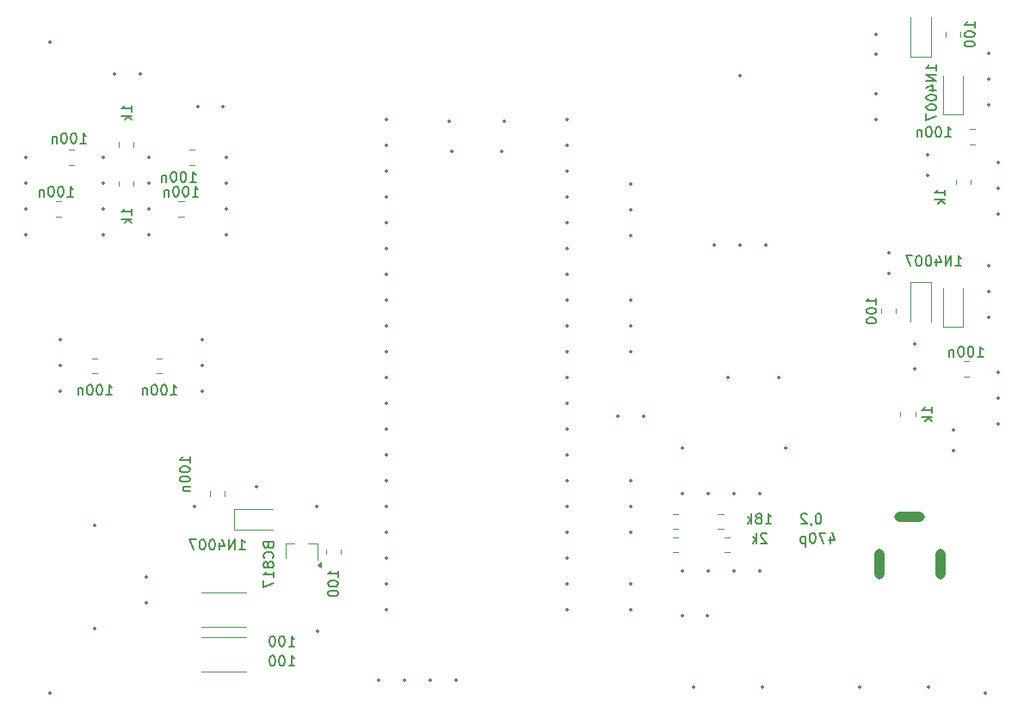
<source format=gbo>
%TF.GenerationSoftware,KiCad,Pcbnew,8.0.1*%
%TF.CreationDate,2024-05-10T19:46:58+02:00*%
%TF.ProjectId,SiganlGen,53696761-6e6c-4476-956e-2e6b69636164,rev?*%
%TF.SameCoordinates,Original*%
%TF.FileFunction,Legend,Bot*%
%TF.FilePolarity,Positive*%
%FSLAX46Y46*%
G04 Gerber Fmt 4.6, Leading zero omitted, Abs format (unit mm)*
G04 Created by KiCad (PCBNEW 8.0.1) date 2024-05-10 19:46:58*
%MOMM*%
%LPD*%
G01*
G04 APERTURE LIST*
%ADD10C,0.150000*%
%ADD11C,0.120000*%
%ADD12C,0.350000*%
%ADD13O,1.000000X3.000000*%
%ADD14O,3.000000X1.000000*%
G04 APERTURE END LIST*
D10*
X202384819Y-72093508D02*
X202384819Y-71522080D01*
X202384819Y-71807794D02*
X201384819Y-71807794D01*
X201384819Y-71807794D02*
X201527676Y-71712556D01*
X201527676Y-71712556D02*
X201622914Y-71617318D01*
X201622914Y-71617318D02*
X201670533Y-71522080D01*
X202384819Y-72522080D02*
X201384819Y-72522080D01*
X202003866Y-72617318D02*
X202384819Y-72903032D01*
X201718152Y-72903032D02*
X202099104Y-72522080D01*
X118594047Y-45539819D02*
X119165475Y-45539819D01*
X118879761Y-45539819D02*
X118879761Y-44539819D01*
X118879761Y-44539819D02*
X118974999Y-44682676D01*
X118974999Y-44682676D02*
X119070237Y-44777914D01*
X119070237Y-44777914D02*
X119165475Y-44825533D01*
X117974999Y-44539819D02*
X117879761Y-44539819D01*
X117879761Y-44539819D02*
X117784523Y-44587438D01*
X117784523Y-44587438D02*
X117736904Y-44635057D01*
X117736904Y-44635057D02*
X117689285Y-44730295D01*
X117689285Y-44730295D02*
X117641666Y-44920771D01*
X117641666Y-44920771D02*
X117641666Y-45158866D01*
X117641666Y-45158866D02*
X117689285Y-45349342D01*
X117689285Y-45349342D02*
X117736904Y-45444580D01*
X117736904Y-45444580D02*
X117784523Y-45492200D01*
X117784523Y-45492200D02*
X117879761Y-45539819D01*
X117879761Y-45539819D02*
X117974999Y-45539819D01*
X117974999Y-45539819D02*
X118070237Y-45492200D01*
X118070237Y-45492200D02*
X118117856Y-45444580D01*
X118117856Y-45444580D02*
X118165475Y-45349342D01*
X118165475Y-45349342D02*
X118213094Y-45158866D01*
X118213094Y-45158866D02*
X118213094Y-44920771D01*
X118213094Y-44920771D02*
X118165475Y-44730295D01*
X118165475Y-44730295D02*
X118117856Y-44635057D01*
X118117856Y-44635057D02*
X118070237Y-44587438D01*
X118070237Y-44587438D02*
X117974999Y-44539819D01*
X117022618Y-44539819D02*
X116927380Y-44539819D01*
X116927380Y-44539819D02*
X116832142Y-44587438D01*
X116832142Y-44587438D02*
X116784523Y-44635057D01*
X116784523Y-44635057D02*
X116736904Y-44730295D01*
X116736904Y-44730295D02*
X116689285Y-44920771D01*
X116689285Y-44920771D02*
X116689285Y-45158866D01*
X116689285Y-45158866D02*
X116736904Y-45349342D01*
X116736904Y-45349342D02*
X116784523Y-45444580D01*
X116784523Y-45444580D02*
X116832142Y-45492200D01*
X116832142Y-45492200D02*
X116927380Y-45539819D01*
X116927380Y-45539819D02*
X117022618Y-45539819D01*
X117022618Y-45539819D02*
X117117856Y-45492200D01*
X117117856Y-45492200D02*
X117165475Y-45444580D01*
X117165475Y-45444580D02*
X117213094Y-45349342D01*
X117213094Y-45349342D02*
X117260713Y-45158866D01*
X117260713Y-45158866D02*
X117260713Y-44920771D01*
X117260713Y-44920771D02*
X117213094Y-44730295D01*
X117213094Y-44730295D02*
X117165475Y-44635057D01*
X117165475Y-44635057D02*
X117117856Y-44587438D01*
X117117856Y-44587438D02*
X117022618Y-44539819D01*
X116260713Y-44873152D02*
X116260713Y-45539819D01*
X116260713Y-44968390D02*
X116213094Y-44920771D01*
X116213094Y-44920771D02*
X116117856Y-44873152D01*
X116117856Y-44873152D02*
X115974999Y-44873152D01*
X115974999Y-44873152D02*
X115879761Y-44920771D01*
X115879761Y-44920771D02*
X115832142Y-45016009D01*
X115832142Y-45016009D02*
X115832142Y-45539819D01*
X129359819Y-76985952D02*
X129359819Y-76414524D01*
X129359819Y-76700238D02*
X128359819Y-76700238D01*
X128359819Y-76700238D02*
X128502676Y-76605000D01*
X128502676Y-76605000D02*
X128597914Y-76509762D01*
X128597914Y-76509762D02*
X128645533Y-76414524D01*
X128359819Y-77605000D02*
X128359819Y-77700238D01*
X128359819Y-77700238D02*
X128407438Y-77795476D01*
X128407438Y-77795476D02*
X128455057Y-77843095D01*
X128455057Y-77843095D02*
X128550295Y-77890714D01*
X128550295Y-77890714D02*
X128740771Y-77938333D01*
X128740771Y-77938333D02*
X128978866Y-77938333D01*
X128978866Y-77938333D02*
X129169342Y-77890714D01*
X129169342Y-77890714D02*
X129264580Y-77843095D01*
X129264580Y-77843095D02*
X129312200Y-77795476D01*
X129312200Y-77795476D02*
X129359819Y-77700238D01*
X129359819Y-77700238D02*
X129359819Y-77605000D01*
X129359819Y-77605000D02*
X129312200Y-77509762D01*
X129312200Y-77509762D02*
X129264580Y-77462143D01*
X129264580Y-77462143D02*
X129169342Y-77414524D01*
X129169342Y-77414524D02*
X128978866Y-77366905D01*
X128978866Y-77366905D02*
X128740771Y-77366905D01*
X128740771Y-77366905D02*
X128550295Y-77414524D01*
X128550295Y-77414524D02*
X128455057Y-77462143D01*
X128455057Y-77462143D02*
X128407438Y-77509762D01*
X128407438Y-77509762D02*
X128359819Y-77605000D01*
X128359819Y-78557381D02*
X128359819Y-78652619D01*
X128359819Y-78652619D02*
X128407438Y-78747857D01*
X128407438Y-78747857D02*
X128455057Y-78795476D01*
X128455057Y-78795476D02*
X128550295Y-78843095D01*
X128550295Y-78843095D02*
X128740771Y-78890714D01*
X128740771Y-78890714D02*
X128978866Y-78890714D01*
X128978866Y-78890714D02*
X129169342Y-78843095D01*
X129169342Y-78843095D02*
X129264580Y-78795476D01*
X129264580Y-78795476D02*
X129312200Y-78747857D01*
X129312200Y-78747857D02*
X129359819Y-78652619D01*
X129359819Y-78652619D02*
X129359819Y-78557381D01*
X129359819Y-78557381D02*
X129312200Y-78462143D01*
X129312200Y-78462143D02*
X129264580Y-78414524D01*
X129264580Y-78414524D02*
X129169342Y-78366905D01*
X129169342Y-78366905D02*
X128978866Y-78319286D01*
X128978866Y-78319286D02*
X128740771Y-78319286D01*
X128740771Y-78319286D02*
X128550295Y-78366905D01*
X128550295Y-78366905D02*
X128455057Y-78414524D01*
X128455057Y-78414524D02*
X128407438Y-78462143D01*
X128407438Y-78462143D02*
X128359819Y-78557381D01*
X128693152Y-79319286D02*
X129359819Y-79319286D01*
X128788390Y-79319286D02*
X128740771Y-79366905D01*
X128740771Y-79366905D02*
X128693152Y-79462143D01*
X128693152Y-79462143D02*
X128693152Y-79605000D01*
X128693152Y-79605000D02*
X128740771Y-79700238D01*
X128740771Y-79700238D02*
X128836009Y-79747857D01*
X128836009Y-79747857D02*
X129359819Y-79747857D01*
X137091009Y-85137857D02*
X137138628Y-85280714D01*
X137138628Y-85280714D02*
X137186247Y-85328333D01*
X137186247Y-85328333D02*
X137281485Y-85375952D01*
X137281485Y-85375952D02*
X137424342Y-85375952D01*
X137424342Y-85375952D02*
X137519580Y-85328333D01*
X137519580Y-85328333D02*
X137567200Y-85280714D01*
X137567200Y-85280714D02*
X137614819Y-85185476D01*
X137614819Y-85185476D02*
X137614819Y-84804524D01*
X137614819Y-84804524D02*
X136614819Y-84804524D01*
X136614819Y-84804524D02*
X136614819Y-85137857D01*
X136614819Y-85137857D02*
X136662438Y-85233095D01*
X136662438Y-85233095D02*
X136710057Y-85280714D01*
X136710057Y-85280714D02*
X136805295Y-85328333D01*
X136805295Y-85328333D02*
X136900533Y-85328333D01*
X136900533Y-85328333D02*
X136995771Y-85280714D01*
X136995771Y-85280714D02*
X137043390Y-85233095D01*
X137043390Y-85233095D02*
X137091009Y-85137857D01*
X137091009Y-85137857D02*
X137091009Y-84804524D01*
X137519580Y-86375952D02*
X137567200Y-86328333D01*
X137567200Y-86328333D02*
X137614819Y-86185476D01*
X137614819Y-86185476D02*
X137614819Y-86090238D01*
X137614819Y-86090238D02*
X137567200Y-85947381D01*
X137567200Y-85947381D02*
X137471961Y-85852143D01*
X137471961Y-85852143D02*
X137376723Y-85804524D01*
X137376723Y-85804524D02*
X137186247Y-85756905D01*
X137186247Y-85756905D02*
X137043390Y-85756905D01*
X137043390Y-85756905D02*
X136852914Y-85804524D01*
X136852914Y-85804524D02*
X136757676Y-85852143D01*
X136757676Y-85852143D02*
X136662438Y-85947381D01*
X136662438Y-85947381D02*
X136614819Y-86090238D01*
X136614819Y-86090238D02*
X136614819Y-86185476D01*
X136614819Y-86185476D02*
X136662438Y-86328333D01*
X136662438Y-86328333D02*
X136710057Y-86375952D01*
X137043390Y-86947381D02*
X136995771Y-86852143D01*
X136995771Y-86852143D02*
X136948152Y-86804524D01*
X136948152Y-86804524D02*
X136852914Y-86756905D01*
X136852914Y-86756905D02*
X136805295Y-86756905D01*
X136805295Y-86756905D02*
X136710057Y-86804524D01*
X136710057Y-86804524D02*
X136662438Y-86852143D01*
X136662438Y-86852143D02*
X136614819Y-86947381D01*
X136614819Y-86947381D02*
X136614819Y-87137857D01*
X136614819Y-87137857D02*
X136662438Y-87233095D01*
X136662438Y-87233095D02*
X136710057Y-87280714D01*
X136710057Y-87280714D02*
X136805295Y-87328333D01*
X136805295Y-87328333D02*
X136852914Y-87328333D01*
X136852914Y-87328333D02*
X136948152Y-87280714D01*
X136948152Y-87280714D02*
X136995771Y-87233095D01*
X136995771Y-87233095D02*
X137043390Y-87137857D01*
X137043390Y-87137857D02*
X137043390Y-86947381D01*
X137043390Y-86947381D02*
X137091009Y-86852143D01*
X137091009Y-86852143D02*
X137138628Y-86804524D01*
X137138628Y-86804524D02*
X137233866Y-86756905D01*
X137233866Y-86756905D02*
X137424342Y-86756905D01*
X137424342Y-86756905D02*
X137519580Y-86804524D01*
X137519580Y-86804524D02*
X137567200Y-86852143D01*
X137567200Y-86852143D02*
X137614819Y-86947381D01*
X137614819Y-86947381D02*
X137614819Y-87137857D01*
X137614819Y-87137857D02*
X137567200Y-87233095D01*
X137567200Y-87233095D02*
X137519580Y-87280714D01*
X137519580Y-87280714D02*
X137424342Y-87328333D01*
X137424342Y-87328333D02*
X137233866Y-87328333D01*
X137233866Y-87328333D02*
X137138628Y-87280714D01*
X137138628Y-87280714D02*
X137091009Y-87233095D01*
X137091009Y-87233095D02*
X137043390Y-87137857D01*
X137614819Y-88280714D02*
X137614819Y-87709286D01*
X137614819Y-87995000D02*
X136614819Y-87995000D01*
X136614819Y-87995000D02*
X136757676Y-87899762D01*
X136757676Y-87899762D02*
X136852914Y-87804524D01*
X136852914Y-87804524D02*
X136900533Y-87709286D01*
X136614819Y-88614048D02*
X136614819Y-89280714D01*
X136614819Y-89280714D02*
X137614819Y-88852143D01*
X139096666Y-96974819D02*
X139668094Y-96974819D01*
X139382380Y-96974819D02*
X139382380Y-95974819D01*
X139382380Y-95974819D02*
X139477618Y-96117676D01*
X139477618Y-96117676D02*
X139572856Y-96212914D01*
X139572856Y-96212914D02*
X139668094Y-96260533D01*
X138477618Y-95974819D02*
X138382380Y-95974819D01*
X138382380Y-95974819D02*
X138287142Y-96022438D01*
X138287142Y-96022438D02*
X138239523Y-96070057D01*
X138239523Y-96070057D02*
X138191904Y-96165295D01*
X138191904Y-96165295D02*
X138144285Y-96355771D01*
X138144285Y-96355771D02*
X138144285Y-96593866D01*
X138144285Y-96593866D02*
X138191904Y-96784342D01*
X138191904Y-96784342D02*
X138239523Y-96879580D01*
X138239523Y-96879580D02*
X138287142Y-96927200D01*
X138287142Y-96927200D02*
X138382380Y-96974819D01*
X138382380Y-96974819D02*
X138477618Y-96974819D01*
X138477618Y-96974819D02*
X138572856Y-96927200D01*
X138572856Y-96927200D02*
X138620475Y-96879580D01*
X138620475Y-96879580D02*
X138668094Y-96784342D01*
X138668094Y-96784342D02*
X138715713Y-96593866D01*
X138715713Y-96593866D02*
X138715713Y-96355771D01*
X138715713Y-96355771D02*
X138668094Y-96165295D01*
X138668094Y-96165295D02*
X138620475Y-96070057D01*
X138620475Y-96070057D02*
X138572856Y-96022438D01*
X138572856Y-96022438D02*
X138477618Y-95974819D01*
X137525237Y-95974819D02*
X137429999Y-95974819D01*
X137429999Y-95974819D02*
X137334761Y-96022438D01*
X137334761Y-96022438D02*
X137287142Y-96070057D01*
X137287142Y-96070057D02*
X137239523Y-96165295D01*
X137239523Y-96165295D02*
X137191904Y-96355771D01*
X137191904Y-96355771D02*
X137191904Y-96593866D01*
X137191904Y-96593866D02*
X137239523Y-96784342D01*
X137239523Y-96784342D02*
X137287142Y-96879580D01*
X137287142Y-96879580D02*
X137334761Y-96927200D01*
X137334761Y-96927200D02*
X137429999Y-96974819D01*
X137429999Y-96974819D02*
X137525237Y-96974819D01*
X137525237Y-96974819D02*
X137620475Y-96927200D01*
X137620475Y-96927200D02*
X137668094Y-96879580D01*
X137668094Y-96879580D02*
X137715713Y-96784342D01*
X137715713Y-96784342D02*
X137763332Y-96593866D01*
X137763332Y-96593866D02*
X137763332Y-96355771D01*
X137763332Y-96355771D02*
X137715713Y-96165295D01*
X137715713Y-96165295D02*
X137668094Y-96070057D01*
X137668094Y-96070057D02*
X137620475Y-96022438D01*
X137620475Y-96022438D02*
X137525237Y-95974819D01*
X196917319Y-61385889D02*
X196917319Y-60814461D01*
X196917319Y-61100175D02*
X195917319Y-61100175D01*
X195917319Y-61100175D02*
X196060176Y-61004937D01*
X196060176Y-61004937D02*
X196155414Y-60909699D01*
X196155414Y-60909699D02*
X196203033Y-60814461D01*
X195917319Y-62004937D02*
X195917319Y-62100175D01*
X195917319Y-62100175D02*
X195964938Y-62195413D01*
X195964938Y-62195413D02*
X196012557Y-62243032D01*
X196012557Y-62243032D02*
X196107795Y-62290651D01*
X196107795Y-62290651D02*
X196298271Y-62338270D01*
X196298271Y-62338270D02*
X196536366Y-62338270D01*
X196536366Y-62338270D02*
X196726842Y-62290651D01*
X196726842Y-62290651D02*
X196822080Y-62243032D01*
X196822080Y-62243032D02*
X196869700Y-62195413D01*
X196869700Y-62195413D02*
X196917319Y-62100175D01*
X196917319Y-62100175D02*
X196917319Y-62004937D01*
X196917319Y-62004937D02*
X196869700Y-61909699D01*
X196869700Y-61909699D02*
X196822080Y-61862080D01*
X196822080Y-61862080D02*
X196726842Y-61814461D01*
X196726842Y-61814461D02*
X196536366Y-61766842D01*
X196536366Y-61766842D02*
X196298271Y-61766842D01*
X196298271Y-61766842D02*
X196107795Y-61814461D01*
X196107795Y-61814461D02*
X196012557Y-61862080D01*
X196012557Y-61862080D02*
X195964938Y-61909699D01*
X195964938Y-61909699D02*
X195917319Y-62004937D01*
X195917319Y-62957318D02*
X195917319Y-63052556D01*
X195917319Y-63052556D02*
X195964938Y-63147794D01*
X195964938Y-63147794D02*
X196012557Y-63195413D01*
X196012557Y-63195413D02*
X196107795Y-63243032D01*
X196107795Y-63243032D02*
X196298271Y-63290651D01*
X196298271Y-63290651D02*
X196536366Y-63290651D01*
X196536366Y-63290651D02*
X196726842Y-63243032D01*
X196726842Y-63243032D02*
X196822080Y-63195413D01*
X196822080Y-63195413D02*
X196869700Y-63147794D01*
X196869700Y-63147794D02*
X196917319Y-63052556D01*
X196917319Y-63052556D02*
X196917319Y-62957318D01*
X196917319Y-62957318D02*
X196869700Y-62862080D01*
X196869700Y-62862080D02*
X196822080Y-62814461D01*
X196822080Y-62814461D02*
X196726842Y-62766842D01*
X196726842Y-62766842D02*
X196536366Y-62719223D01*
X196536366Y-62719223D02*
X196298271Y-62719223D01*
X196298271Y-62719223D02*
X196107795Y-62766842D01*
X196107795Y-62766842D02*
X196012557Y-62814461D01*
X196012557Y-62814461D02*
X195964938Y-62862080D01*
X195964938Y-62862080D02*
X195917319Y-62957318D01*
X117324047Y-50784619D02*
X117895475Y-50784619D01*
X117609761Y-50784619D02*
X117609761Y-49784619D01*
X117609761Y-49784619D02*
X117704999Y-49927476D01*
X117704999Y-49927476D02*
X117800237Y-50022714D01*
X117800237Y-50022714D02*
X117895475Y-50070333D01*
X116704999Y-49784619D02*
X116609761Y-49784619D01*
X116609761Y-49784619D02*
X116514523Y-49832238D01*
X116514523Y-49832238D02*
X116466904Y-49879857D01*
X116466904Y-49879857D02*
X116419285Y-49975095D01*
X116419285Y-49975095D02*
X116371666Y-50165571D01*
X116371666Y-50165571D02*
X116371666Y-50403666D01*
X116371666Y-50403666D02*
X116419285Y-50594142D01*
X116419285Y-50594142D02*
X116466904Y-50689380D01*
X116466904Y-50689380D02*
X116514523Y-50737000D01*
X116514523Y-50737000D02*
X116609761Y-50784619D01*
X116609761Y-50784619D02*
X116704999Y-50784619D01*
X116704999Y-50784619D02*
X116800237Y-50737000D01*
X116800237Y-50737000D02*
X116847856Y-50689380D01*
X116847856Y-50689380D02*
X116895475Y-50594142D01*
X116895475Y-50594142D02*
X116943094Y-50403666D01*
X116943094Y-50403666D02*
X116943094Y-50165571D01*
X116943094Y-50165571D02*
X116895475Y-49975095D01*
X116895475Y-49975095D02*
X116847856Y-49879857D01*
X116847856Y-49879857D02*
X116800237Y-49832238D01*
X116800237Y-49832238D02*
X116704999Y-49784619D01*
X115752618Y-49784619D02*
X115657380Y-49784619D01*
X115657380Y-49784619D02*
X115562142Y-49832238D01*
X115562142Y-49832238D02*
X115514523Y-49879857D01*
X115514523Y-49879857D02*
X115466904Y-49975095D01*
X115466904Y-49975095D02*
X115419285Y-50165571D01*
X115419285Y-50165571D02*
X115419285Y-50403666D01*
X115419285Y-50403666D02*
X115466904Y-50594142D01*
X115466904Y-50594142D02*
X115514523Y-50689380D01*
X115514523Y-50689380D02*
X115562142Y-50737000D01*
X115562142Y-50737000D02*
X115657380Y-50784619D01*
X115657380Y-50784619D02*
X115752618Y-50784619D01*
X115752618Y-50784619D02*
X115847856Y-50737000D01*
X115847856Y-50737000D02*
X115895475Y-50689380D01*
X115895475Y-50689380D02*
X115943094Y-50594142D01*
X115943094Y-50594142D02*
X115990713Y-50403666D01*
X115990713Y-50403666D02*
X115990713Y-50165571D01*
X115990713Y-50165571D02*
X115943094Y-49975095D01*
X115943094Y-49975095D02*
X115895475Y-49879857D01*
X115895475Y-49879857D02*
X115847856Y-49832238D01*
X115847856Y-49832238D02*
X115752618Y-49784619D01*
X114990713Y-50117952D02*
X114990713Y-50784619D01*
X114990713Y-50213190D02*
X114943094Y-50165571D01*
X114943094Y-50165571D02*
X114847856Y-50117952D01*
X114847856Y-50117952D02*
X114704999Y-50117952D01*
X114704999Y-50117952D02*
X114609761Y-50165571D01*
X114609761Y-50165571D02*
X114562142Y-50260809D01*
X114562142Y-50260809D02*
X114562142Y-50784619D01*
X139096666Y-95069819D02*
X139668094Y-95069819D01*
X139382380Y-95069819D02*
X139382380Y-94069819D01*
X139382380Y-94069819D02*
X139477618Y-94212676D01*
X139477618Y-94212676D02*
X139572856Y-94307914D01*
X139572856Y-94307914D02*
X139668094Y-94355533D01*
X138477618Y-94069819D02*
X138382380Y-94069819D01*
X138382380Y-94069819D02*
X138287142Y-94117438D01*
X138287142Y-94117438D02*
X138239523Y-94165057D01*
X138239523Y-94165057D02*
X138191904Y-94260295D01*
X138191904Y-94260295D02*
X138144285Y-94450771D01*
X138144285Y-94450771D02*
X138144285Y-94688866D01*
X138144285Y-94688866D02*
X138191904Y-94879342D01*
X138191904Y-94879342D02*
X138239523Y-94974580D01*
X138239523Y-94974580D02*
X138287142Y-95022200D01*
X138287142Y-95022200D02*
X138382380Y-95069819D01*
X138382380Y-95069819D02*
X138477618Y-95069819D01*
X138477618Y-95069819D02*
X138572856Y-95022200D01*
X138572856Y-95022200D02*
X138620475Y-94974580D01*
X138620475Y-94974580D02*
X138668094Y-94879342D01*
X138668094Y-94879342D02*
X138715713Y-94688866D01*
X138715713Y-94688866D02*
X138715713Y-94450771D01*
X138715713Y-94450771D02*
X138668094Y-94260295D01*
X138668094Y-94260295D02*
X138620475Y-94165057D01*
X138620475Y-94165057D02*
X138572856Y-94117438D01*
X138572856Y-94117438D02*
X138477618Y-94069819D01*
X137525237Y-94069819D02*
X137429999Y-94069819D01*
X137429999Y-94069819D02*
X137334761Y-94117438D01*
X137334761Y-94117438D02*
X137287142Y-94165057D01*
X137287142Y-94165057D02*
X137239523Y-94260295D01*
X137239523Y-94260295D02*
X137191904Y-94450771D01*
X137191904Y-94450771D02*
X137191904Y-94688866D01*
X137191904Y-94688866D02*
X137239523Y-94879342D01*
X137239523Y-94879342D02*
X137287142Y-94974580D01*
X137287142Y-94974580D02*
X137334761Y-95022200D01*
X137334761Y-95022200D02*
X137429999Y-95069819D01*
X137429999Y-95069819D02*
X137525237Y-95069819D01*
X137525237Y-95069819D02*
X137620475Y-95022200D01*
X137620475Y-95022200D02*
X137668094Y-94974580D01*
X137668094Y-94974580D02*
X137715713Y-94879342D01*
X137715713Y-94879342D02*
X137763332Y-94688866D01*
X137763332Y-94688866D02*
X137763332Y-94450771D01*
X137763332Y-94450771D02*
X137715713Y-94260295D01*
X137715713Y-94260295D02*
X137668094Y-94165057D01*
X137668094Y-94165057D02*
X137620475Y-94117438D01*
X137620475Y-94117438D02*
X137525237Y-94069819D01*
X204707857Y-57604819D02*
X205279285Y-57604819D01*
X204993571Y-57604819D02*
X204993571Y-56604819D01*
X204993571Y-56604819D02*
X205088809Y-56747676D01*
X205088809Y-56747676D02*
X205184047Y-56842914D01*
X205184047Y-56842914D02*
X205279285Y-56890533D01*
X204279285Y-57604819D02*
X204279285Y-56604819D01*
X204279285Y-56604819D02*
X203707857Y-57604819D01*
X203707857Y-57604819D02*
X203707857Y-56604819D01*
X202803095Y-56938152D02*
X202803095Y-57604819D01*
X203041190Y-56557200D02*
X203279285Y-57271485D01*
X203279285Y-57271485D02*
X202660238Y-57271485D01*
X202088809Y-56604819D02*
X201993571Y-56604819D01*
X201993571Y-56604819D02*
X201898333Y-56652438D01*
X201898333Y-56652438D02*
X201850714Y-56700057D01*
X201850714Y-56700057D02*
X201803095Y-56795295D01*
X201803095Y-56795295D02*
X201755476Y-56985771D01*
X201755476Y-56985771D02*
X201755476Y-57223866D01*
X201755476Y-57223866D02*
X201803095Y-57414342D01*
X201803095Y-57414342D02*
X201850714Y-57509580D01*
X201850714Y-57509580D02*
X201898333Y-57557200D01*
X201898333Y-57557200D02*
X201993571Y-57604819D01*
X201993571Y-57604819D02*
X202088809Y-57604819D01*
X202088809Y-57604819D02*
X202184047Y-57557200D01*
X202184047Y-57557200D02*
X202231666Y-57509580D01*
X202231666Y-57509580D02*
X202279285Y-57414342D01*
X202279285Y-57414342D02*
X202326904Y-57223866D01*
X202326904Y-57223866D02*
X202326904Y-56985771D01*
X202326904Y-56985771D02*
X202279285Y-56795295D01*
X202279285Y-56795295D02*
X202231666Y-56700057D01*
X202231666Y-56700057D02*
X202184047Y-56652438D01*
X202184047Y-56652438D02*
X202088809Y-56604819D01*
X201136428Y-56604819D02*
X201041190Y-56604819D01*
X201041190Y-56604819D02*
X200945952Y-56652438D01*
X200945952Y-56652438D02*
X200898333Y-56700057D01*
X200898333Y-56700057D02*
X200850714Y-56795295D01*
X200850714Y-56795295D02*
X200803095Y-56985771D01*
X200803095Y-56985771D02*
X200803095Y-57223866D01*
X200803095Y-57223866D02*
X200850714Y-57414342D01*
X200850714Y-57414342D02*
X200898333Y-57509580D01*
X200898333Y-57509580D02*
X200945952Y-57557200D01*
X200945952Y-57557200D02*
X201041190Y-57604819D01*
X201041190Y-57604819D02*
X201136428Y-57604819D01*
X201136428Y-57604819D02*
X201231666Y-57557200D01*
X201231666Y-57557200D02*
X201279285Y-57509580D01*
X201279285Y-57509580D02*
X201326904Y-57414342D01*
X201326904Y-57414342D02*
X201374523Y-57223866D01*
X201374523Y-57223866D02*
X201374523Y-56985771D01*
X201374523Y-56985771D02*
X201326904Y-56795295D01*
X201326904Y-56795295D02*
X201279285Y-56700057D01*
X201279285Y-56700057D02*
X201231666Y-56652438D01*
X201231666Y-56652438D02*
X201136428Y-56604819D01*
X200469761Y-56604819D02*
X199803095Y-56604819D01*
X199803095Y-56604819D02*
X200231666Y-57604819D01*
X202824819Y-38383198D02*
X202824819Y-37811770D01*
X202824819Y-38097484D02*
X201824819Y-38097484D01*
X201824819Y-38097484D02*
X201967676Y-38002246D01*
X201967676Y-38002246D02*
X202062914Y-37907008D01*
X202062914Y-37907008D02*
X202110533Y-37811770D01*
X202824819Y-38811770D02*
X201824819Y-38811770D01*
X201824819Y-38811770D02*
X202824819Y-39383198D01*
X202824819Y-39383198D02*
X201824819Y-39383198D01*
X202158152Y-40287960D02*
X202824819Y-40287960D01*
X201777200Y-40049865D02*
X202491485Y-39811770D01*
X202491485Y-39811770D02*
X202491485Y-40430817D01*
X201824819Y-41002246D02*
X201824819Y-41097484D01*
X201824819Y-41097484D02*
X201872438Y-41192722D01*
X201872438Y-41192722D02*
X201920057Y-41240341D01*
X201920057Y-41240341D02*
X202015295Y-41287960D01*
X202015295Y-41287960D02*
X202205771Y-41335579D01*
X202205771Y-41335579D02*
X202443866Y-41335579D01*
X202443866Y-41335579D02*
X202634342Y-41287960D01*
X202634342Y-41287960D02*
X202729580Y-41240341D01*
X202729580Y-41240341D02*
X202777200Y-41192722D01*
X202777200Y-41192722D02*
X202824819Y-41097484D01*
X202824819Y-41097484D02*
X202824819Y-41002246D01*
X202824819Y-41002246D02*
X202777200Y-40907008D01*
X202777200Y-40907008D02*
X202729580Y-40859389D01*
X202729580Y-40859389D02*
X202634342Y-40811770D01*
X202634342Y-40811770D02*
X202443866Y-40764151D01*
X202443866Y-40764151D02*
X202205771Y-40764151D01*
X202205771Y-40764151D02*
X202015295Y-40811770D01*
X202015295Y-40811770D02*
X201920057Y-40859389D01*
X201920057Y-40859389D02*
X201872438Y-40907008D01*
X201872438Y-40907008D02*
X201824819Y-41002246D01*
X201824819Y-41954627D02*
X201824819Y-42049865D01*
X201824819Y-42049865D02*
X201872438Y-42145103D01*
X201872438Y-42145103D02*
X201920057Y-42192722D01*
X201920057Y-42192722D02*
X202015295Y-42240341D01*
X202015295Y-42240341D02*
X202205771Y-42287960D01*
X202205771Y-42287960D02*
X202443866Y-42287960D01*
X202443866Y-42287960D02*
X202634342Y-42240341D01*
X202634342Y-42240341D02*
X202729580Y-42192722D01*
X202729580Y-42192722D02*
X202777200Y-42145103D01*
X202777200Y-42145103D02*
X202824819Y-42049865D01*
X202824819Y-42049865D02*
X202824819Y-41954627D01*
X202824819Y-41954627D02*
X202777200Y-41859389D01*
X202777200Y-41859389D02*
X202729580Y-41811770D01*
X202729580Y-41811770D02*
X202634342Y-41764151D01*
X202634342Y-41764151D02*
X202443866Y-41716532D01*
X202443866Y-41716532D02*
X202205771Y-41716532D01*
X202205771Y-41716532D02*
X202015295Y-41764151D01*
X202015295Y-41764151D02*
X201920057Y-41811770D01*
X201920057Y-41811770D02*
X201872438Y-41859389D01*
X201872438Y-41859389D02*
X201824819Y-41954627D01*
X201824819Y-42621294D02*
X201824819Y-43287960D01*
X201824819Y-43287960D02*
X202824819Y-42859389D01*
X206859047Y-66542375D02*
X207430475Y-66542375D01*
X207144761Y-66542375D02*
X207144761Y-65542375D01*
X207144761Y-65542375D02*
X207239999Y-65685232D01*
X207239999Y-65685232D02*
X207335237Y-65780470D01*
X207335237Y-65780470D02*
X207430475Y-65828089D01*
X206239999Y-65542375D02*
X206144761Y-65542375D01*
X206144761Y-65542375D02*
X206049523Y-65589994D01*
X206049523Y-65589994D02*
X206001904Y-65637613D01*
X206001904Y-65637613D02*
X205954285Y-65732851D01*
X205954285Y-65732851D02*
X205906666Y-65923327D01*
X205906666Y-65923327D02*
X205906666Y-66161422D01*
X205906666Y-66161422D02*
X205954285Y-66351898D01*
X205954285Y-66351898D02*
X206001904Y-66447136D01*
X206001904Y-66447136D02*
X206049523Y-66494756D01*
X206049523Y-66494756D02*
X206144761Y-66542375D01*
X206144761Y-66542375D02*
X206239999Y-66542375D01*
X206239999Y-66542375D02*
X206335237Y-66494756D01*
X206335237Y-66494756D02*
X206382856Y-66447136D01*
X206382856Y-66447136D02*
X206430475Y-66351898D01*
X206430475Y-66351898D02*
X206478094Y-66161422D01*
X206478094Y-66161422D02*
X206478094Y-65923327D01*
X206478094Y-65923327D02*
X206430475Y-65732851D01*
X206430475Y-65732851D02*
X206382856Y-65637613D01*
X206382856Y-65637613D02*
X206335237Y-65589994D01*
X206335237Y-65589994D02*
X206239999Y-65542375D01*
X205287618Y-65542375D02*
X205192380Y-65542375D01*
X205192380Y-65542375D02*
X205097142Y-65589994D01*
X205097142Y-65589994D02*
X205049523Y-65637613D01*
X205049523Y-65637613D02*
X205001904Y-65732851D01*
X205001904Y-65732851D02*
X204954285Y-65923327D01*
X204954285Y-65923327D02*
X204954285Y-66161422D01*
X204954285Y-66161422D02*
X205001904Y-66351898D01*
X205001904Y-66351898D02*
X205049523Y-66447136D01*
X205049523Y-66447136D02*
X205097142Y-66494756D01*
X205097142Y-66494756D02*
X205192380Y-66542375D01*
X205192380Y-66542375D02*
X205287618Y-66542375D01*
X205287618Y-66542375D02*
X205382856Y-66494756D01*
X205382856Y-66494756D02*
X205430475Y-66447136D01*
X205430475Y-66447136D02*
X205478094Y-66351898D01*
X205478094Y-66351898D02*
X205525713Y-66161422D01*
X205525713Y-66161422D02*
X205525713Y-65923327D01*
X205525713Y-65923327D02*
X205478094Y-65732851D01*
X205478094Y-65732851D02*
X205430475Y-65637613D01*
X205430475Y-65637613D02*
X205382856Y-65589994D01*
X205382856Y-65589994D02*
X205287618Y-65542375D01*
X204525713Y-65875708D02*
X204525713Y-66542375D01*
X204525713Y-65970946D02*
X204478094Y-65923327D01*
X204478094Y-65923327D02*
X204382856Y-65875708D01*
X204382856Y-65875708D02*
X204239999Y-65875708D01*
X204239999Y-65875708D02*
X204144761Y-65923327D01*
X204144761Y-65923327D02*
X204097142Y-66018565D01*
X204097142Y-66018565D02*
X204097142Y-66542375D01*
X203684047Y-44904819D02*
X204255475Y-44904819D01*
X203969761Y-44904819D02*
X203969761Y-43904819D01*
X203969761Y-43904819D02*
X204064999Y-44047676D01*
X204064999Y-44047676D02*
X204160237Y-44142914D01*
X204160237Y-44142914D02*
X204255475Y-44190533D01*
X203064999Y-43904819D02*
X202969761Y-43904819D01*
X202969761Y-43904819D02*
X202874523Y-43952438D01*
X202874523Y-43952438D02*
X202826904Y-44000057D01*
X202826904Y-44000057D02*
X202779285Y-44095295D01*
X202779285Y-44095295D02*
X202731666Y-44285771D01*
X202731666Y-44285771D02*
X202731666Y-44523866D01*
X202731666Y-44523866D02*
X202779285Y-44714342D01*
X202779285Y-44714342D02*
X202826904Y-44809580D01*
X202826904Y-44809580D02*
X202874523Y-44857200D01*
X202874523Y-44857200D02*
X202969761Y-44904819D01*
X202969761Y-44904819D02*
X203064999Y-44904819D01*
X203064999Y-44904819D02*
X203160237Y-44857200D01*
X203160237Y-44857200D02*
X203207856Y-44809580D01*
X203207856Y-44809580D02*
X203255475Y-44714342D01*
X203255475Y-44714342D02*
X203303094Y-44523866D01*
X203303094Y-44523866D02*
X203303094Y-44285771D01*
X203303094Y-44285771D02*
X203255475Y-44095295D01*
X203255475Y-44095295D02*
X203207856Y-44000057D01*
X203207856Y-44000057D02*
X203160237Y-43952438D01*
X203160237Y-43952438D02*
X203064999Y-43904819D01*
X202112618Y-43904819D02*
X202017380Y-43904819D01*
X202017380Y-43904819D02*
X201922142Y-43952438D01*
X201922142Y-43952438D02*
X201874523Y-44000057D01*
X201874523Y-44000057D02*
X201826904Y-44095295D01*
X201826904Y-44095295D02*
X201779285Y-44285771D01*
X201779285Y-44285771D02*
X201779285Y-44523866D01*
X201779285Y-44523866D02*
X201826904Y-44714342D01*
X201826904Y-44714342D02*
X201874523Y-44809580D01*
X201874523Y-44809580D02*
X201922142Y-44857200D01*
X201922142Y-44857200D02*
X202017380Y-44904819D01*
X202017380Y-44904819D02*
X202112618Y-44904819D01*
X202112618Y-44904819D02*
X202207856Y-44857200D01*
X202207856Y-44857200D02*
X202255475Y-44809580D01*
X202255475Y-44809580D02*
X202303094Y-44714342D01*
X202303094Y-44714342D02*
X202350713Y-44523866D01*
X202350713Y-44523866D02*
X202350713Y-44285771D01*
X202350713Y-44285771D02*
X202303094Y-44095295D01*
X202303094Y-44095295D02*
X202255475Y-44000057D01*
X202255475Y-44000057D02*
X202207856Y-43952438D01*
X202207856Y-43952438D02*
X202112618Y-43904819D01*
X201350713Y-44238152D02*
X201350713Y-44904819D01*
X201350713Y-44333390D02*
X201303094Y-44285771D01*
X201303094Y-44285771D02*
X201207856Y-44238152D01*
X201207856Y-44238152D02*
X201064999Y-44238152D01*
X201064999Y-44238152D02*
X200969761Y-44285771D01*
X200969761Y-44285771D02*
X200922142Y-44381009D01*
X200922142Y-44381009D02*
X200922142Y-44904819D01*
X186015238Y-83004819D02*
X186586666Y-83004819D01*
X186300952Y-83004819D02*
X186300952Y-82004819D01*
X186300952Y-82004819D02*
X186396190Y-82147676D01*
X186396190Y-82147676D02*
X186491428Y-82242914D01*
X186491428Y-82242914D02*
X186586666Y-82290533D01*
X185443809Y-82433390D02*
X185539047Y-82385771D01*
X185539047Y-82385771D02*
X185586666Y-82338152D01*
X185586666Y-82338152D02*
X185634285Y-82242914D01*
X185634285Y-82242914D02*
X185634285Y-82195295D01*
X185634285Y-82195295D02*
X185586666Y-82100057D01*
X185586666Y-82100057D02*
X185539047Y-82052438D01*
X185539047Y-82052438D02*
X185443809Y-82004819D01*
X185443809Y-82004819D02*
X185253333Y-82004819D01*
X185253333Y-82004819D02*
X185158095Y-82052438D01*
X185158095Y-82052438D02*
X185110476Y-82100057D01*
X185110476Y-82100057D02*
X185062857Y-82195295D01*
X185062857Y-82195295D02*
X185062857Y-82242914D01*
X185062857Y-82242914D02*
X185110476Y-82338152D01*
X185110476Y-82338152D02*
X185158095Y-82385771D01*
X185158095Y-82385771D02*
X185253333Y-82433390D01*
X185253333Y-82433390D02*
X185443809Y-82433390D01*
X185443809Y-82433390D02*
X185539047Y-82481009D01*
X185539047Y-82481009D02*
X185586666Y-82528628D01*
X185586666Y-82528628D02*
X185634285Y-82623866D01*
X185634285Y-82623866D02*
X185634285Y-82814342D01*
X185634285Y-82814342D02*
X185586666Y-82909580D01*
X185586666Y-82909580D02*
X185539047Y-82957200D01*
X185539047Y-82957200D02*
X185443809Y-83004819D01*
X185443809Y-83004819D02*
X185253333Y-83004819D01*
X185253333Y-83004819D02*
X185158095Y-82957200D01*
X185158095Y-82957200D02*
X185110476Y-82909580D01*
X185110476Y-82909580D02*
X185062857Y-82814342D01*
X185062857Y-82814342D02*
X185062857Y-82623866D01*
X185062857Y-82623866D02*
X185110476Y-82528628D01*
X185110476Y-82528628D02*
X185158095Y-82481009D01*
X185158095Y-82481009D02*
X185253333Y-82433390D01*
X184634285Y-83004819D02*
X184634285Y-82004819D01*
X184539047Y-82623866D02*
X184253333Y-83004819D01*
X184253333Y-82338152D02*
X184634285Y-82719104D01*
X123644819Y-52585952D02*
X123644819Y-52014524D01*
X123644819Y-52300238D02*
X122644819Y-52300238D01*
X122644819Y-52300238D02*
X122787676Y-52205000D01*
X122787676Y-52205000D02*
X122882914Y-52109762D01*
X122882914Y-52109762D02*
X122930533Y-52014524D01*
X123644819Y-53014524D02*
X122644819Y-53014524D01*
X123263866Y-53109762D02*
X123644819Y-53395476D01*
X122978152Y-53395476D02*
X123359104Y-53014524D01*
X203654819Y-50680952D02*
X203654819Y-50109524D01*
X203654819Y-50395238D02*
X202654819Y-50395238D01*
X202654819Y-50395238D02*
X202797676Y-50300000D01*
X202797676Y-50300000D02*
X202892914Y-50204762D01*
X202892914Y-50204762D02*
X202940533Y-50109524D01*
X203654819Y-51109524D02*
X202654819Y-51109524D01*
X203273866Y-51204762D02*
X203654819Y-51490476D01*
X202988152Y-51490476D02*
X203369104Y-51109524D01*
X191261904Y-82004819D02*
X191166666Y-82004819D01*
X191166666Y-82004819D02*
X191071428Y-82052438D01*
X191071428Y-82052438D02*
X191023809Y-82100057D01*
X191023809Y-82100057D02*
X190976190Y-82195295D01*
X190976190Y-82195295D02*
X190928571Y-82385771D01*
X190928571Y-82385771D02*
X190928571Y-82623866D01*
X190928571Y-82623866D02*
X190976190Y-82814342D01*
X190976190Y-82814342D02*
X191023809Y-82909580D01*
X191023809Y-82909580D02*
X191071428Y-82957200D01*
X191071428Y-82957200D02*
X191166666Y-83004819D01*
X191166666Y-83004819D02*
X191261904Y-83004819D01*
X191261904Y-83004819D02*
X191357142Y-82957200D01*
X191357142Y-82957200D02*
X191404761Y-82909580D01*
X191404761Y-82909580D02*
X191452380Y-82814342D01*
X191452380Y-82814342D02*
X191499999Y-82623866D01*
X191499999Y-82623866D02*
X191499999Y-82385771D01*
X191499999Y-82385771D02*
X191452380Y-82195295D01*
X191452380Y-82195295D02*
X191404761Y-82100057D01*
X191404761Y-82100057D02*
X191357142Y-82052438D01*
X191357142Y-82052438D02*
X191261904Y-82004819D01*
X190452380Y-82957200D02*
X190452380Y-83004819D01*
X190452380Y-83004819D02*
X190499999Y-83100057D01*
X190499999Y-83100057D02*
X190547618Y-83147676D01*
X190071428Y-82100057D02*
X190023809Y-82052438D01*
X190023809Y-82052438D02*
X189928571Y-82004819D01*
X189928571Y-82004819D02*
X189690476Y-82004819D01*
X189690476Y-82004819D02*
X189595238Y-82052438D01*
X189595238Y-82052438D02*
X189547619Y-82100057D01*
X189547619Y-82100057D02*
X189500000Y-82195295D01*
X189500000Y-82195295D02*
X189500000Y-82290533D01*
X189500000Y-82290533D02*
X189547619Y-82433390D01*
X189547619Y-82433390D02*
X190119047Y-83004819D01*
X190119047Y-83004819D02*
X189500000Y-83004819D01*
X143964819Y-88233333D02*
X143964819Y-87661905D01*
X143964819Y-87947619D02*
X142964819Y-87947619D01*
X142964819Y-87947619D02*
X143107676Y-87852381D01*
X143107676Y-87852381D02*
X143202914Y-87757143D01*
X143202914Y-87757143D02*
X143250533Y-87661905D01*
X142964819Y-88852381D02*
X142964819Y-88947619D01*
X142964819Y-88947619D02*
X143012438Y-89042857D01*
X143012438Y-89042857D02*
X143060057Y-89090476D01*
X143060057Y-89090476D02*
X143155295Y-89138095D01*
X143155295Y-89138095D02*
X143345771Y-89185714D01*
X143345771Y-89185714D02*
X143583866Y-89185714D01*
X143583866Y-89185714D02*
X143774342Y-89138095D01*
X143774342Y-89138095D02*
X143869580Y-89090476D01*
X143869580Y-89090476D02*
X143917200Y-89042857D01*
X143917200Y-89042857D02*
X143964819Y-88947619D01*
X143964819Y-88947619D02*
X143964819Y-88852381D01*
X143964819Y-88852381D02*
X143917200Y-88757143D01*
X143917200Y-88757143D02*
X143869580Y-88709524D01*
X143869580Y-88709524D02*
X143774342Y-88661905D01*
X143774342Y-88661905D02*
X143583866Y-88614286D01*
X143583866Y-88614286D02*
X143345771Y-88614286D01*
X143345771Y-88614286D02*
X143155295Y-88661905D01*
X143155295Y-88661905D02*
X143060057Y-88709524D01*
X143060057Y-88709524D02*
X143012438Y-88757143D01*
X143012438Y-88757143D02*
X142964819Y-88852381D01*
X142964819Y-89804762D02*
X142964819Y-89900000D01*
X142964819Y-89900000D02*
X143012438Y-89995238D01*
X143012438Y-89995238D02*
X143060057Y-90042857D01*
X143060057Y-90042857D02*
X143155295Y-90090476D01*
X143155295Y-90090476D02*
X143345771Y-90138095D01*
X143345771Y-90138095D02*
X143583866Y-90138095D01*
X143583866Y-90138095D02*
X143774342Y-90090476D01*
X143774342Y-90090476D02*
X143869580Y-90042857D01*
X143869580Y-90042857D02*
X143917200Y-89995238D01*
X143917200Y-89995238D02*
X143964819Y-89900000D01*
X143964819Y-89900000D02*
X143964819Y-89804762D01*
X143964819Y-89804762D02*
X143917200Y-89709524D01*
X143917200Y-89709524D02*
X143869580Y-89661905D01*
X143869580Y-89661905D02*
X143774342Y-89614286D01*
X143774342Y-89614286D02*
X143583866Y-89566667D01*
X143583866Y-89566667D02*
X143345771Y-89566667D01*
X143345771Y-89566667D02*
X143155295Y-89614286D01*
X143155295Y-89614286D02*
X143060057Y-89661905D01*
X143060057Y-89661905D02*
X143012438Y-89709524D01*
X143012438Y-89709524D02*
X142964819Y-89804762D01*
X127484047Y-70304819D02*
X128055475Y-70304819D01*
X127769761Y-70304819D02*
X127769761Y-69304819D01*
X127769761Y-69304819D02*
X127864999Y-69447676D01*
X127864999Y-69447676D02*
X127960237Y-69542914D01*
X127960237Y-69542914D02*
X128055475Y-69590533D01*
X126864999Y-69304819D02*
X126769761Y-69304819D01*
X126769761Y-69304819D02*
X126674523Y-69352438D01*
X126674523Y-69352438D02*
X126626904Y-69400057D01*
X126626904Y-69400057D02*
X126579285Y-69495295D01*
X126579285Y-69495295D02*
X126531666Y-69685771D01*
X126531666Y-69685771D02*
X126531666Y-69923866D01*
X126531666Y-69923866D02*
X126579285Y-70114342D01*
X126579285Y-70114342D02*
X126626904Y-70209580D01*
X126626904Y-70209580D02*
X126674523Y-70257200D01*
X126674523Y-70257200D02*
X126769761Y-70304819D01*
X126769761Y-70304819D02*
X126864999Y-70304819D01*
X126864999Y-70304819D02*
X126960237Y-70257200D01*
X126960237Y-70257200D02*
X127007856Y-70209580D01*
X127007856Y-70209580D02*
X127055475Y-70114342D01*
X127055475Y-70114342D02*
X127103094Y-69923866D01*
X127103094Y-69923866D02*
X127103094Y-69685771D01*
X127103094Y-69685771D02*
X127055475Y-69495295D01*
X127055475Y-69495295D02*
X127007856Y-69400057D01*
X127007856Y-69400057D02*
X126960237Y-69352438D01*
X126960237Y-69352438D02*
X126864999Y-69304819D01*
X125912618Y-69304819D02*
X125817380Y-69304819D01*
X125817380Y-69304819D02*
X125722142Y-69352438D01*
X125722142Y-69352438D02*
X125674523Y-69400057D01*
X125674523Y-69400057D02*
X125626904Y-69495295D01*
X125626904Y-69495295D02*
X125579285Y-69685771D01*
X125579285Y-69685771D02*
X125579285Y-69923866D01*
X125579285Y-69923866D02*
X125626904Y-70114342D01*
X125626904Y-70114342D02*
X125674523Y-70209580D01*
X125674523Y-70209580D02*
X125722142Y-70257200D01*
X125722142Y-70257200D02*
X125817380Y-70304819D01*
X125817380Y-70304819D02*
X125912618Y-70304819D01*
X125912618Y-70304819D02*
X126007856Y-70257200D01*
X126007856Y-70257200D02*
X126055475Y-70209580D01*
X126055475Y-70209580D02*
X126103094Y-70114342D01*
X126103094Y-70114342D02*
X126150713Y-69923866D01*
X126150713Y-69923866D02*
X126150713Y-69685771D01*
X126150713Y-69685771D02*
X126103094Y-69495295D01*
X126103094Y-69495295D02*
X126055475Y-69400057D01*
X126055475Y-69400057D02*
X126007856Y-69352438D01*
X126007856Y-69352438D02*
X125912618Y-69304819D01*
X125150713Y-69638152D02*
X125150713Y-70304819D01*
X125150713Y-69733390D02*
X125103094Y-69685771D01*
X125103094Y-69685771D02*
X125007856Y-69638152D01*
X125007856Y-69638152D02*
X124864999Y-69638152D01*
X124864999Y-69638152D02*
X124769761Y-69685771D01*
X124769761Y-69685771D02*
X124722142Y-69781009D01*
X124722142Y-69781009D02*
X124722142Y-70304819D01*
X192349285Y-84243152D02*
X192349285Y-84909819D01*
X192587380Y-83862200D02*
X192825475Y-84576485D01*
X192825475Y-84576485D02*
X192206428Y-84576485D01*
X191920713Y-83909819D02*
X191254047Y-83909819D01*
X191254047Y-83909819D02*
X191682618Y-84909819D01*
X190682618Y-83909819D02*
X190587380Y-83909819D01*
X190587380Y-83909819D02*
X190492142Y-83957438D01*
X190492142Y-83957438D02*
X190444523Y-84005057D01*
X190444523Y-84005057D02*
X190396904Y-84100295D01*
X190396904Y-84100295D02*
X190349285Y-84290771D01*
X190349285Y-84290771D02*
X190349285Y-84528866D01*
X190349285Y-84528866D02*
X190396904Y-84719342D01*
X190396904Y-84719342D02*
X190444523Y-84814580D01*
X190444523Y-84814580D02*
X190492142Y-84862200D01*
X190492142Y-84862200D02*
X190587380Y-84909819D01*
X190587380Y-84909819D02*
X190682618Y-84909819D01*
X190682618Y-84909819D02*
X190777856Y-84862200D01*
X190777856Y-84862200D02*
X190825475Y-84814580D01*
X190825475Y-84814580D02*
X190873094Y-84719342D01*
X190873094Y-84719342D02*
X190920713Y-84528866D01*
X190920713Y-84528866D02*
X190920713Y-84290771D01*
X190920713Y-84290771D02*
X190873094Y-84100295D01*
X190873094Y-84100295D02*
X190825475Y-84005057D01*
X190825475Y-84005057D02*
X190777856Y-83957438D01*
X190777856Y-83957438D02*
X190682618Y-83909819D01*
X189920713Y-84243152D02*
X189920713Y-85243152D01*
X189920713Y-84290771D02*
X189825475Y-84243152D01*
X189825475Y-84243152D02*
X189634999Y-84243152D01*
X189634999Y-84243152D02*
X189539761Y-84290771D01*
X189539761Y-84290771D02*
X189492142Y-84338390D01*
X189492142Y-84338390D02*
X189444523Y-84433628D01*
X189444523Y-84433628D02*
X189444523Y-84719342D01*
X189444523Y-84719342D02*
X189492142Y-84814580D01*
X189492142Y-84814580D02*
X189539761Y-84862200D01*
X189539761Y-84862200D02*
X189634999Y-84909819D01*
X189634999Y-84909819D02*
X189825475Y-84909819D01*
X189825475Y-84909819D02*
X189920713Y-84862200D01*
X134222857Y-85544819D02*
X134794285Y-85544819D01*
X134508571Y-85544819D02*
X134508571Y-84544819D01*
X134508571Y-84544819D02*
X134603809Y-84687676D01*
X134603809Y-84687676D02*
X134699047Y-84782914D01*
X134699047Y-84782914D02*
X134794285Y-84830533D01*
X133794285Y-85544819D02*
X133794285Y-84544819D01*
X133794285Y-84544819D02*
X133222857Y-85544819D01*
X133222857Y-85544819D02*
X133222857Y-84544819D01*
X132318095Y-84878152D02*
X132318095Y-85544819D01*
X132556190Y-84497200D02*
X132794285Y-85211485D01*
X132794285Y-85211485D02*
X132175238Y-85211485D01*
X131603809Y-84544819D02*
X131508571Y-84544819D01*
X131508571Y-84544819D02*
X131413333Y-84592438D01*
X131413333Y-84592438D02*
X131365714Y-84640057D01*
X131365714Y-84640057D02*
X131318095Y-84735295D01*
X131318095Y-84735295D02*
X131270476Y-84925771D01*
X131270476Y-84925771D02*
X131270476Y-85163866D01*
X131270476Y-85163866D02*
X131318095Y-85354342D01*
X131318095Y-85354342D02*
X131365714Y-85449580D01*
X131365714Y-85449580D02*
X131413333Y-85497200D01*
X131413333Y-85497200D02*
X131508571Y-85544819D01*
X131508571Y-85544819D02*
X131603809Y-85544819D01*
X131603809Y-85544819D02*
X131699047Y-85497200D01*
X131699047Y-85497200D02*
X131746666Y-85449580D01*
X131746666Y-85449580D02*
X131794285Y-85354342D01*
X131794285Y-85354342D02*
X131841904Y-85163866D01*
X131841904Y-85163866D02*
X131841904Y-84925771D01*
X131841904Y-84925771D02*
X131794285Y-84735295D01*
X131794285Y-84735295D02*
X131746666Y-84640057D01*
X131746666Y-84640057D02*
X131699047Y-84592438D01*
X131699047Y-84592438D02*
X131603809Y-84544819D01*
X130651428Y-84544819D02*
X130556190Y-84544819D01*
X130556190Y-84544819D02*
X130460952Y-84592438D01*
X130460952Y-84592438D02*
X130413333Y-84640057D01*
X130413333Y-84640057D02*
X130365714Y-84735295D01*
X130365714Y-84735295D02*
X130318095Y-84925771D01*
X130318095Y-84925771D02*
X130318095Y-85163866D01*
X130318095Y-85163866D02*
X130365714Y-85354342D01*
X130365714Y-85354342D02*
X130413333Y-85449580D01*
X130413333Y-85449580D02*
X130460952Y-85497200D01*
X130460952Y-85497200D02*
X130556190Y-85544819D01*
X130556190Y-85544819D02*
X130651428Y-85544819D01*
X130651428Y-85544819D02*
X130746666Y-85497200D01*
X130746666Y-85497200D02*
X130794285Y-85449580D01*
X130794285Y-85449580D02*
X130841904Y-85354342D01*
X130841904Y-85354342D02*
X130889523Y-85163866D01*
X130889523Y-85163866D02*
X130889523Y-84925771D01*
X130889523Y-84925771D02*
X130841904Y-84735295D01*
X130841904Y-84735295D02*
X130794285Y-84640057D01*
X130794285Y-84640057D02*
X130746666Y-84592438D01*
X130746666Y-84592438D02*
X130651428Y-84544819D01*
X129984761Y-84544819D02*
X129318095Y-84544819D01*
X129318095Y-84544819D02*
X129746666Y-85544819D01*
X186110475Y-84005057D02*
X186062856Y-83957438D01*
X186062856Y-83957438D02*
X185967618Y-83909819D01*
X185967618Y-83909819D02*
X185729523Y-83909819D01*
X185729523Y-83909819D02*
X185634285Y-83957438D01*
X185634285Y-83957438D02*
X185586666Y-84005057D01*
X185586666Y-84005057D02*
X185539047Y-84100295D01*
X185539047Y-84100295D02*
X185539047Y-84195533D01*
X185539047Y-84195533D02*
X185586666Y-84338390D01*
X185586666Y-84338390D02*
X186158094Y-84909819D01*
X186158094Y-84909819D02*
X185539047Y-84909819D01*
X185110475Y-84909819D02*
X185110475Y-83909819D01*
X185015237Y-84528866D02*
X184729523Y-84909819D01*
X184729523Y-84243152D02*
X185110475Y-84624104D01*
X121134047Y-70304819D02*
X121705475Y-70304819D01*
X121419761Y-70304819D02*
X121419761Y-69304819D01*
X121419761Y-69304819D02*
X121514999Y-69447676D01*
X121514999Y-69447676D02*
X121610237Y-69542914D01*
X121610237Y-69542914D02*
X121705475Y-69590533D01*
X120514999Y-69304819D02*
X120419761Y-69304819D01*
X120419761Y-69304819D02*
X120324523Y-69352438D01*
X120324523Y-69352438D02*
X120276904Y-69400057D01*
X120276904Y-69400057D02*
X120229285Y-69495295D01*
X120229285Y-69495295D02*
X120181666Y-69685771D01*
X120181666Y-69685771D02*
X120181666Y-69923866D01*
X120181666Y-69923866D02*
X120229285Y-70114342D01*
X120229285Y-70114342D02*
X120276904Y-70209580D01*
X120276904Y-70209580D02*
X120324523Y-70257200D01*
X120324523Y-70257200D02*
X120419761Y-70304819D01*
X120419761Y-70304819D02*
X120514999Y-70304819D01*
X120514999Y-70304819D02*
X120610237Y-70257200D01*
X120610237Y-70257200D02*
X120657856Y-70209580D01*
X120657856Y-70209580D02*
X120705475Y-70114342D01*
X120705475Y-70114342D02*
X120753094Y-69923866D01*
X120753094Y-69923866D02*
X120753094Y-69685771D01*
X120753094Y-69685771D02*
X120705475Y-69495295D01*
X120705475Y-69495295D02*
X120657856Y-69400057D01*
X120657856Y-69400057D02*
X120610237Y-69352438D01*
X120610237Y-69352438D02*
X120514999Y-69304819D01*
X119562618Y-69304819D02*
X119467380Y-69304819D01*
X119467380Y-69304819D02*
X119372142Y-69352438D01*
X119372142Y-69352438D02*
X119324523Y-69400057D01*
X119324523Y-69400057D02*
X119276904Y-69495295D01*
X119276904Y-69495295D02*
X119229285Y-69685771D01*
X119229285Y-69685771D02*
X119229285Y-69923866D01*
X119229285Y-69923866D02*
X119276904Y-70114342D01*
X119276904Y-70114342D02*
X119324523Y-70209580D01*
X119324523Y-70209580D02*
X119372142Y-70257200D01*
X119372142Y-70257200D02*
X119467380Y-70304819D01*
X119467380Y-70304819D02*
X119562618Y-70304819D01*
X119562618Y-70304819D02*
X119657856Y-70257200D01*
X119657856Y-70257200D02*
X119705475Y-70209580D01*
X119705475Y-70209580D02*
X119753094Y-70114342D01*
X119753094Y-70114342D02*
X119800713Y-69923866D01*
X119800713Y-69923866D02*
X119800713Y-69685771D01*
X119800713Y-69685771D02*
X119753094Y-69495295D01*
X119753094Y-69495295D02*
X119705475Y-69400057D01*
X119705475Y-69400057D02*
X119657856Y-69352438D01*
X119657856Y-69352438D02*
X119562618Y-69304819D01*
X118800713Y-69638152D02*
X118800713Y-70304819D01*
X118800713Y-69733390D02*
X118753094Y-69685771D01*
X118753094Y-69685771D02*
X118657856Y-69638152D01*
X118657856Y-69638152D02*
X118514999Y-69638152D01*
X118514999Y-69638152D02*
X118419761Y-69685771D01*
X118419761Y-69685771D02*
X118372142Y-69781009D01*
X118372142Y-69781009D02*
X118372142Y-70304819D01*
X129621547Y-50784619D02*
X130192975Y-50784619D01*
X129907261Y-50784619D02*
X129907261Y-49784619D01*
X129907261Y-49784619D02*
X130002499Y-49927476D01*
X130002499Y-49927476D02*
X130097737Y-50022714D01*
X130097737Y-50022714D02*
X130192975Y-50070333D01*
X129002499Y-49784619D02*
X128907261Y-49784619D01*
X128907261Y-49784619D02*
X128812023Y-49832238D01*
X128812023Y-49832238D02*
X128764404Y-49879857D01*
X128764404Y-49879857D02*
X128716785Y-49975095D01*
X128716785Y-49975095D02*
X128669166Y-50165571D01*
X128669166Y-50165571D02*
X128669166Y-50403666D01*
X128669166Y-50403666D02*
X128716785Y-50594142D01*
X128716785Y-50594142D02*
X128764404Y-50689380D01*
X128764404Y-50689380D02*
X128812023Y-50737000D01*
X128812023Y-50737000D02*
X128907261Y-50784619D01*
X128907261Y-50784619D02*
X129002499Y-50784619D01*
X129002499Y-50784619D02*
X129097737Y-50737000D01*
X129097737Y-50737000D02*
X129145356Y-50689380D01*
X129145356Y-50689380D02*
X129192975Y-50594142D01*
X129192975Y-50594142D02*
X129240594Y-50403666D01*
X129240594Y-50403666D02*
X129240594Y-50165571D01*
X129240594Y-50165571D02*
X129192975Y-49975095D01*
X129192975Y-49975095D02*
X129145356Y-49879857D01*
X129145356Y-49879857D02*
X129097737Y-49832238D01*
X129097737Y-49832238D02*
X129002499Y-49784619D01*
X128050118Y-49784619D02*
X127954880Y-49784619D01*
X127954880Y-49784619D02*
X127859642Y-49832238D01*
X127859642Y-49832238D02*
X127812023Y-49879857D01*
X127812023Y-49879857D02*
X127764404Y-49975095D01*
X127764404Y-49975095D02*
X127716785Y-50165571D01*
X127716785Y-50165571D02*
X127716785Y-50403666D01*
X127716785Y-50403666D02*
X127764404Y-50594142D01*
X127764404Y-50594142D02*
X127812023Y-50689380D01*
X127812023Y-50689380D02*
X127859642Y-50737000D01*
X127859642Y-50737000D02*
X127954880Y-50784619D01*
X127954880Y-50784619D02*
X128050118Y-50784619D01*
X128050118Y-50784619D02*
X128145356Y-50737000D01*
X128145356Y-50737000D02*
X128192975Y-50689380D01*
X128192975Y-50689380D02*
X128240594Y-50594142D01*
X128240594Y-50594142D02*
X128288213Y-50403666D01*
X128288213Y-50403666D02*
X128288213Y-50165571D01*
X128288213Y-50165571D02*
X128240594Y-49975095D01*
X128240594Y-49975095D02*
X128192975Y-49879857D01*
X128192975Y-49879857D02*
X128145356Y-49832238D01*
X128145356Y-49832238D02*
X128050118Y-49784619D01*
X127288213Y-50117952D02*
X127288213Y-50784619D01*
X127288213Y-50213190D02*
X127240594Y-50165571D01*
X127240594Y-50165571D02*
X127145356Y-50117952D01*
X127145356Y-50117952D02*
X127002499Y-50117952D01*
X127002499Y-50117952D02*
X126907261Y-50165571D01*
X126907261Y-50165571D02*
X126859642Y-50260809D01*
X126859642Y-50260809D02*
X126859642Y-50784619D01*
X129389047Y-49349819D02*
X129960475Y-49349819D01*
X129674761Y-49349819D02*
X129674761Y-48349819D01*
X129674761Y-48349819D02*
X129769999Y-48492676D01*
X129769999Y-48492676D02*
X129865237Y-48587914D01*
X129865237Y-48587914D02*
X129960475Y-48635533D01*
X128769999Y-48349819D02*
X128674761Y-48349819D01*
X128674761Y-48349819D02*
X128579523Y-48397438D01*
X128579523Y-48397438D02*
X128531904Y-48445057D01*
X128531904Y-48445057D02*
X128484285Y-48540295D01*
X128484285Y-48540295D02*
X128436666Y-48730771D01*
X128436666Y-48730771D02*
X128436666Y-48968866D01*
X128436666Y-48968866D02*
X128484285Y-49159342D01*
X128484285Y-49159342D02*
X128531904Y-49254580D01*
X128531904Y-49254580D02*
X128579523Y-49302200D01*
X128579523Y-49302200D02*
X128674761Y-49349819D01*
X128674761Y-49349819D02*
X128769999Y-49349819D01*
X128769999Y-49349819D02*
X128865237Y-49302200D01*
X128865237Y-49302200D02*
X128912856Y-49254580D01*
X128912856Y-49254580D02*
X128960475Y-49159342D01*
X128960475Y-49159342D02*
X129008094Y-48968866D01*
X129008094Y-48968866D02*
X129008094Y-48730771D01*
X129008094Y-48730771D02*
X128960475Y-48540295D01*
X128960475Y-48540295D02*
X128912856Y-48445057D01*
X128912856Y-48445057D02*
X128865237Y-48397438D01*
X128865237Y-48397438D02*
X128769999Y-48349819D01*
X127817618Y-48349819D02*
X127722380Y-48349819D01*
X127722380Y-48349819D02*
X127627142Y-48397438D01*
X127627142Y-48397438D02*
X127579523Y-48445057D01*
X127579523Y-48445057D02*
X127531904Y-48540295D01*
X127531904Y-48540295D02*
X127484285Y-48730771D01*
X127484285Y-48730771D02*
X127484285Y-48968866D01*
X127484285Y-48968866D02*
X127531904Y-49159342D01*
X127531904Y-49159342D02*
X127579523Y-49254580D01*
X127579523Y-49254580D02*
X127627142Y-49302200D01*
X127627142Y-49302200D02*
X127722380Y-49349819D01*
X127722380Y-49349819D02*
X127817618Y-49349819D01*
X127817618Y-49349819D02*
X127912856Y-49302200D01*
X127912856Y-49302200D02*
X127960475Y-49254580D01*
X127960475Y-49254580D02*
X128008094Y-49159342D01*
X128008094Y-49159342D02*
X128055713Y-48968866D01*
X128055713Y-48968866D02*
X128055713Y-48730771D01*
X128055713Y-48730771D02*
X128008094Y-48540295D01*
X128008094Y-48540295D02*
X127960475Y-48445057D01*
X127960475Y-48445057D02*
X127912856Y-48397438D01*
X127912856Y-48397438D02*
X127817618Y-48349819D01*
X127055713Y-48683152D02*
X127055713Y-49349819D01*
X127055713Y-48778390D02*
X127008094Y-48730771D01*
X127008094Y-48730771D02*
X126912856Y-48683152D01*
X126912856Y-48683152D02*
X126769999Y-48683152D01*
X126769999Y-48683152D02*
X126674761Y-48730771D01*
X126674761Y-48730771D02*
X126627142Y-48826009D01*
X126627142Y-48826009D02*
X126627142Y-49349819D01*
X206574819Y-34144389D02*
X206574819Y-33572961D01*
X206574819Y-33858675D02*
X205574819Y-33858675D01*
X205574819Y-33858675D02*
X205717676Y-33763437D01*
X205717676Y-33763437D02*
X205812914Y-33668199D01*
X205812914Y-33668199D02*
X205860533Y-33572961D01*
X205574819Y-34763437D02*
X205574819Y-34858675D01*
X205574819Y-34858675D02*
X205622438Y-34953913D01*
X205622438Y-34953913D02*
X205670057Y-35001532D01*
X205670057Y-35001532D02*
X205765295Y-35049151D01*
X205765295Y-35049151D02*
X205955771Y-35096770D01*
X205955771Y-35096770D02*
X206193866Y-35096770D01*
X206193866Y-35096770D02*
X206384342Y-35049151D01*
X206384342Y-35049151D02*
X206479580Y-35001532D01*
X206479580Y-35001532D02*
X206527200Y-34953913D01*
X206527200Y-34953913D02*
X206574819Y-34858675D01*
X206574819Y-34858675D02*
X206574819Y-34763437D01*
X206574819Y-34763437D02*
X206527200Y-34668199D01*
X206527200Y-34668199D02*
X206479580Y-34620580D01*
X206479580Y-34620580D02*
X206384342Y-34572961D01*
X206384342Y-34572961D02*
X206193866Y-34525342D01*
X206193866Y-34525342D02*
X205955771Y-34525342D01*
X205955771Y-34525342D02*
X205765295Y-34572961D01*
X205765295Y-34572961D02*
X205670057Y-34620580D01*
X205670057Y-34620580D02*
X205622438Y-34668199D01*
X205622438Y-34668199D02*
X205574819Y-34763437D01*
X205574819Y-35715818D02*
X205574819Y-35811056D01*
X205574819Y-35811056D02*
X205622438Y-35906294D01*
X205622438Y-35906294D02*
X205670057Y-35953913D01*
X205670057Y-35953913D02*
X205765295Y-36001532D01*
X205765295Y-36001532D02*
X205955771Y-36049151D01*
X205955771Y-36049151D02*
X206193866Y-36049151D01*
X206193866Y-36049151D02*
X206384342Y-36001532D01*
X206384342Y-36001532D02*
X206479580Y-35953913D01*
X206479580Y-35953913D02*
X206527200Y-35906294D01*
X206527200Y-35906294D02*
X206574819Y-35811056D01*
X206574819Y-35811056D02*
X206574819Y-35715818D01*
X206574819Y-35715818D02*
X206527200Y-35620580D01*
X206527200Y-35620580D02*
X206479580Y-35572961D01*
X206479580Y-35572961D02*
X206384342Y-35525342D01*
X206384342Y-35525342D02*
X206193866Y-35477723D01*
X206193866Y-35477723D02*
X205955771Y-35477723D01*
X205955771Y-35477723D02*
X205765295Y-35525342D01*
X205765295Y-35525342D02*
X205670057Y-35572961D01*
X205670057Y-35572961D02*
X205622438Y-35620580D01*
X205622438Y-35620580D02*
X205574819Y-35715818D01*
X123644819Y-42425952D02*
X123644819Y-41854524D01*
X123644819Y-42140238D02*
X122644819Y-42140238D01*
X122644819Y-42140238D02*
X122787676Y-42045000D01*
X122787676Y-42045000D02*
X122882914Y-41949762D01*
X122882914Y-41949762D02*
X122930533Y-41854524D01*
X123644819Y-42854524D02*
X122644819Y-42854524D01*
X123263866Y-42949762D02*
X123644819Y-43235476D01*
X122978152Y-43235476D02*
X123359104Y-42854524D01*
D11*
%TO.C,R5*%
X199290000Y-72439620D02*
X199290000Y-71985492D01*
X200760000Y-72439620D02*
X200760000Y-71985492D01*
%TO.C,C21*%
X117978752Y-46194800D02*
X117456248Y-46194800D01*
X117978752Y-47664800D02*
X117456248Y-47664800D01*
%TO.C,C24*%
X131345000Y-79748748D02*
X131345000Y-80271252D01*
X132815000Y-79748748D02*
X132815000Y-80271252D01*
%TO.C,Q6*%
X138755000Y-86425000D02*
X138755000Y-84965000D01*
X139685000Y-84965000D02*
X138755000Y-84965000D01*
X140985000Y-84965000D02*
X141915000Y-84965000D01*
X141915000Y-84965000D02*
X141915000Y-85765000D01*
X141915000Y-86565000D02*
X141915000Y-85765000D01*
X142275000Y-87305000D02*
X141945000Y-87065000D01*
X142275000Y-86825000D01*
X142275000Y-87305000D01*
G36*
X142275000Y-87305000D02*
G01*
X141945000Y-87065000D01*
X142275000Y-86825000D01*
X142275000Y-87305000D01*
G37*
%TO.C,R36*%
X134892064Y-94175000D02*
X130537936Y-94175000D01*
X134892064Y-97595000D02*
X130537936Y-97595000D01*
%TO.C,R9*%
X197377500Y-61825492D02*
X197377500Y-62279620D01*
X198847500Y-61825492D02*
X198847500Y-62279620D01*
%TO.C,C20*%
X116708752Y-51274800D02*
X116186248Y-51274800D01*
X116708752Y-52744800D02*
X116186248Y-52744800D01*
%TO.C,R35*%
X134892064Y-89730000D02*
X130537936Y-89730000D01*
X134892064Y-93150000D02*
X130537936Y-93150000D01*
%TO.C,D3*%
X203462500Y-59767556D02*
X203462500Y-63627556D01*
X203462500Y-63627556D02*
X205462500Y-63627556D01*
X205462500Y-59767556D02*
X205462500Y-63627556D01*
%TO.C,D4*%
X203470000Y-38876056D02*
X203470000Y-42736056D01*
X203470000Y-42736056D02*
X205470000Y-42736056D01*
X205470000Y-38876056D02*
X205470000Y-42736056D01*
%TO.C,C10*%
X206001252Y-67032556D02*
X205478748Y-67032556D01*
X206001252Y-68502556D02*
X205478748Y-68502556D01*
%TO.C,C9*%
X206113748Y-44172556D02*
X206636252Y-44172556D01*
X206113748Y-45642556D02*
X206636252Y-45642556D01*
%TO.C,R3*%
X177392064Y-84345000D02*
X176937936Y-84345000D01*
X177392064Y-85815000D02*
X176937936Y-85815000D01*
%TO.C,D5*%
X200295000Y-33161056D02*
X200295000Y-37021056D01*
X200295000Y-37021056D02*
X202295000Y-37021056D01*
X202295000Y-33161056D02*
X202295000Y-37021056D01*
%TO.C,R37*%
X122357300Y-49757064D02*
X122357300Y-49302936D01*
X123827300Y-49757064D02*
X123827300Y-49302936D01*
%TO.C,R4*%
X204745000Y-49579620D02*
X204745000Y-49125492D01*
X206215000Y-49579620D02*
X206215000Y-49125492D01*
%TO.C,R1*%
X182462064Y-84345000D02*
X182007936Y-84345000D01*
X182462064Y-85815000D02*
X182007936Y-85815000D01*
%TO.C,R33*%
X142775000Y-85952064D02*
X142775000Y-85497936D01*
X144245000Y-85952064D02*
X144245000Y-85497936D01*
%TO.C,D6*%
X200287500Y-63067556D02*
X200287500Y-59207556D01*
X202287500Y-59207556D02*
X200287500Y-59207556D01*
X202287500Y-63067556D02*
X202287500Y-59207556D01*
%TO.C,C19*%
X126626252Y-66700000D02*
X126103748Y-66700000D01*
X126626252Y-68170000D02*
X126103748Y-68170000D01*
%TO.C,C3*%
X181338748Y-82075000D02*
X181861252Y-82075000D01*
X181338748Y-83545000D02*
X181861252Y-83545000D01*
%TO.C,D7*%
X133680000Y-81550000D02*
X133680000Y-83550000D01*
X137540000Y-81550000D02*
X133680000Y-81550000D01*
X137540000Y-83550000D02*
X133680000Y-83550000D01*
%TO.C,R2*%
X176927936Y-82075000D02*
X177382064Y-82075000D01*
X176927936Y-83545000D02*
X177382064Y-83545000D01*
%TO.C,C18*%
X120276252Y-66700000D02*
X119753748Y-66700000D01*
X120276252Y-68170000D02*
X119753748Y-68170000D01*
%TO.C,C16*%
X128763752Y-51274800D02*
X128241248Y-51274800D01*
X128763752Y-52744800D02*
X128241248Y-52744800D01*
%TO.C,C17*%
X129801252Y-46194800D02*
X129278748Y-46194800D01*
X129801252Y-47664800D02*
X129278748Y-47664800D01*
%TO.C,R8*%
X203735000Y-35038120D02*
X203735000Y-34583992D01*
X205205000Y-35038120D02*
X205205000Y-34583992D01*
%TO.C,R44*%
X122357300Y-45896264D02*
X122357300Y-45442136D01*
X123827300Y-45896264D02*
X123827300Y-45442136D01*
%TD*%
D12*
X171504887Y-72390000D03*
X174004887Y-72390000D03*
X116580000Y-69975000D03*
X116580000Y-67435000D03*
X116580000Y-64895000D03*
X155575000Y-98425000D03*
X153035000Y-98425000D03*
X150495000Y-98425000D03*
X147955000Y-98425000D03*
X132937500Y-54549800D03*
X132937500Y-52009800D03*
X132937500Y-49469800D03*
X132937500Y-46929800D03*
X125317500Y-46929800D03*
X125317500Y-49469800D03*
X125317500Y-52009800D03*
X125317500Y-54549800D03*
X172720000Y-78740000D03*
X172720000Y-81280000D03*
X172720000Y-83820000D03*
X172720000Y-60960000D03*
X172720000Y-63500000D03*
X172720000Y-66040000D03*
X154875000Y-43337500D03*
X155175000Y-46367500D03*
X160025000Y-46367500D03*
X160325000Y-43337500D03*
X148710000Y-43207500D03*
X148710000Y-45747500D03*
X148710000Y-48287500D03*
X148710000Y-50827500D03*
X148710000Y-53367500D03*
X148710000Y-55907500D03*
X148710000Y-58447500D03*
X148710000Y-60987500D03*
X148710000Y-63527500D03*
X148710000Y-66067500D03*
X148710000Y-68607500D03*
X148710000Y-71147500D03*
X148710000Y-73687500D03*
X148710000Y-76227500D03*
X148710000Y-78767500D03*
X148710000Y-81307500D03*
X148710000Y-83847500D03*
X148710000Y-86387500D03*
X148710000Y-88927500D03*
X148710000Y-91467500D03*
X166490000Y-91467500D03*
X166490000Y-88927500D03*
X166490000Y-86387500D03*
X166490000Y-83847500D03*
X166490000Y-81307500D03*
X166490000Y-78767500D03*
X166490000Y-76227500D03*
X166490000Y-73687500D03*
X166490000Y-71147500D03*
X166490000Y-68607500D03*
X166490000Y-66067500D03*
X166490000Y-63527500D03*
X166490000Y-60987500D03*
X166490000Y-58447500D03*
X166490000Y-55907500D03*
X166490000Y-53367500D03*
X166490000Y-50827500D03*
X166490000Y-48287500D03*
X166490000Y-45747500D03*
X166490000Y-43207500D03*
X183515000Y-38925000D03*
X180975000Y-55585000D03*
X183515000Y-55585000D03*
X186055000Y-55585000D03*
X208915000Y-47447556D03*
X208915000Y-49987556D03*
X208915000Y-52527556D03*
X115570000Y-35560000D03*
X115570000Y-99695000D03*
X172720000Y-54610000D03*
X172720000Y-52070000D03*
X172720000Y-49530000D03*
X187950000Y-75555000D03*
X177790000Y-75555000D03*
X124460000Y-38735000D03*
X121960000Y-38735000D03*
X201930000Y-48717556D03*
X201930000Y-46717556D03*
X202055000Y-99060000D03*
X195295000Y-99060000D03*
X185705000Y-99060000D03*
X178945000Y-99060000D03*
X125095000Y-88265000D03*
X120015000Y-93345000D03*
X125095000Y-90805000D03*
X120015000Y-83185000D03*
X207962500Y-57607556D03*
X207962500Y-60147556D03*
X207962500Y-62687556D03*
X207985000Y-36652556D03*
X207985000Y-39192556D03*
X207985000Y-41732556D03*
D13*
X197200000Y-86995000D03*
X203200000Y-86995000D03*
D14*
X200200000Y-82295000D03*
D12*
X204470000Y-75772556D03*
X204470000Y-73772556D03*
X132650113Y-41910000D03*
X130150113Y-41910000D03*
X185410000Y-80010000D03*
X182870000Y-80010000D03*
X180330000Y-80010000D03*
X177790000Y-80010000D03*
X177790000Y-87630000D03*
X180330000Y-87630000D03*
X182870000Y-87630000D03*
X185410000Y-87630000D03*
X196850000Y-40704888D03*
X196850000Y-43204888D03*
X130550000Y-69975000D03*
X130550000Y-67435000D03*
X130550000Y-64895000D03*
X180290000Y-92065000D03*
X177790000Y-92065000D03*
X120882500Y-54539800D03*
X120882500Y-51999800D03*
X120882500Y-49459800D03*
X120882500Y-46919800D03*
X113262500Y-46919800D03*
X113262500Y-49459800D03*
X113262500Y-51999800D03*
X113262500Y-54539800D03*
X172720000Y-91440000D03*
X172720000Y-88900000D03*
X207645000Y-99695000D03*
X198120000Y-56337556D03*
X198120000Y-58337556D03*
X187315000Y-68580000D03*
X182315000Y-68580000D03*
X135890000Y-79375000D03*
X141890000Y-93575000D03*
X129840000Y-81325000D03*
X141840000Y-81325000D03*
X196850000Y-34811056D03*
X196850000Y-36811056D03*
X200660000Y-67767556D03*
X200660000Y-65267556D03*
X208907500Y-68085056D03*
X208907500Y-70625056D03*
X208907500Y-73165056D03*
M02*

</source>
